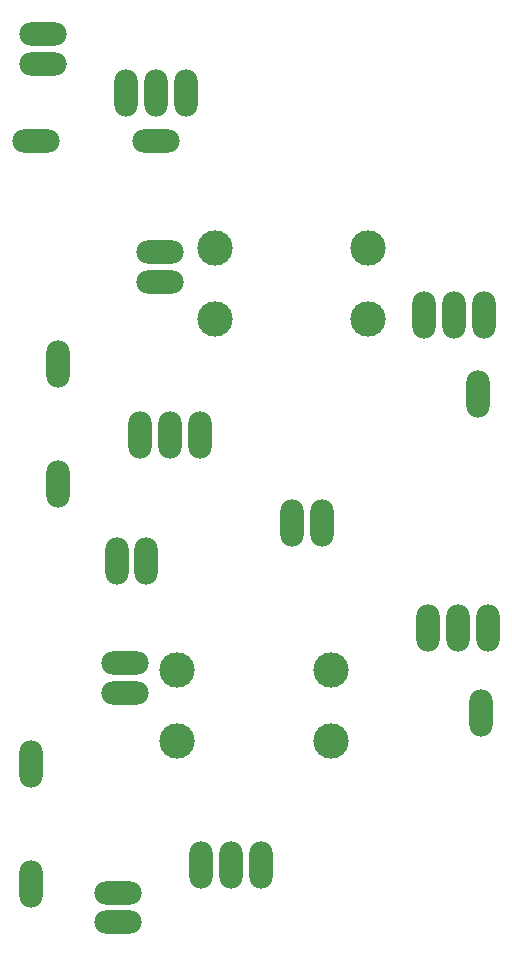
<source format=gbr>
%TF.GenerationSoftware,KiCad,Pcbnew,(6.0.7)*%
%TF.CreationDate,2023-01-23T16:12:41-05:00*%
%TF.ProjectId,Phoenix612_Stage_2_PA_Testing_v2.kicad_pro,50686f65-6e69-4783-9631-325f53746167,rev?*%
%TF.SameCoordinates,Original*%
%TF.FileFunction,Soldermask,Bot*%
%TF.FilePolarity,Negative*%
%FSLAX46Y46*%
G04 Gerber Fmt 4.6, Leading zero omitted, Abs format (unit mm)*
G04 Created by KiCad (PCBNEW (6.0.7)) date 2023-01-23 16:12:41*
%MOMM*%
%LPD*%
G01*
G04 APERTURE LIST*
%ADD10C,3.000000*%
%ADD11O,2.000000X4.000000*%
%ADD12O,4.000000X2.000000*%
G04 APERTURE END LIST*
D10*
%TO.C,T2*%
X92740849Y-88979000D03*
X105740849Y-88979000D03*
X92740849Y-82979000D03*
X105740849Y-82979000D03*
%TD*%
%TO.C,T1*%
X102565849Y-118666000D03*
X89565849Y-118666000D03*
X102565849Y-124666000D03*
X89565849Y-124666000D03*
%TD*%
D11*
%TO.C,RV2*%
X91493849Y-98742500D03*
X88953849Y-98742500D03*
X86413849Y-98742500D03*
%TD*%
%TO.C,RV1*%
X96647349Y-135191500D03*
X94107349Y-135191500D03*
X91567349Y-135191500D03*
%TD*%
%TO.C,Q2*%
X110416849Y-88625000D03*
X112956849Y-88625000D03*
X115496849Y-88625000D03*
%TD*%
%TO.C,Q1*%
X110797849Y-115104500D03*
X113337849Y-115104500D03*
X115877849Y-115104500D03*
%TD*%
D12*
%TO.C,J8*%
X88128349Y-85788500D03*
X88128349Y-83248500D03*
%TD*%
D11*
%TO.C,J6*%
X114988849Y-95313500D03*
%TD*%
%TO.C,J5*%
X101849349Y-106235500D03*
X99309349Y-106235500D03*
%TD*%
D12*
%TO.C,J3*%
X85143849Y-120591500D03*
X85143849Y-118051500D03*
%TD*%
D11*
%TO.C,J2*%
X115242849Y-122301000D03*
%TD*%
%TO.C,J7*%
X85222349Y-69786500D03*
X87762349Y-69786500D03*
X90302349Y-69786500D03*
%TD*%
%TO.C,D4*%
X79492349Y-102933500D03*
X79492349Y-92773500D03*
%TD*%
%TO.C,D1*%
X77206349Y-136779000D03*
X77206349Y-126619000D03*
%TD*%
D12*
%TO.C,D2*%
X78158849Y-67368500D03*
X78158849Y-64828500D03*
%TD*%
%TO.C,D3*%
X77587349Y-73914000D03*
X87747349Y-73914000D03*
%TD*%
D11*
%TO.C,C15*%
X84445349Y-109410500D03*
X86945349Y-109410500D03*
%TD*%
D12*
%TO.C,C8*%
X84572349Y-137541000D03*
X84572349Y-140041000D03*
%TD*%
M02*

</source>
